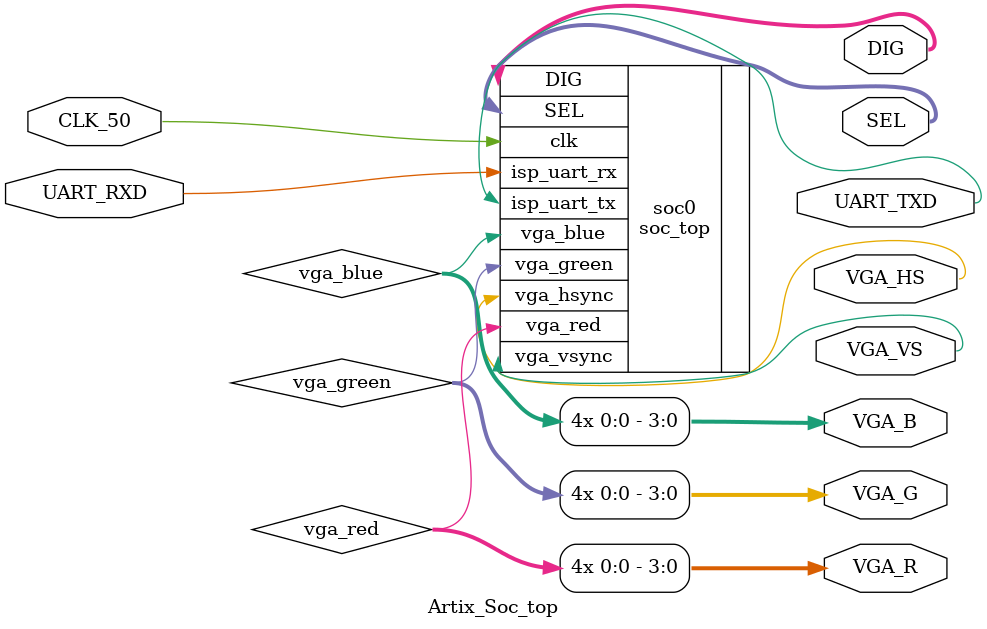
<source format=v>
module Artix_Soc_top(

//CLOCK
input  CLK_50,

//SEG8
output [7:0] SEL,
output [7:0] DIG,

//KEY
//input  [3:0] KEY,

//VGA
output [3:0] VGA_B,
output [3:0] VGA_G,
output       VGA_HS,
output [3:0] VGA_R,
output       VGA_VS,

//Serial Port
output       UART_TXD,
input        UART_RXD

);


//==
//REG/WIRE declarations
wire clk;
//==
wire vga_red, vga_green, vga_blue;
assign VGA_R = {4{vga_red}};
assign VGA_G = {4{vga_green}};
assign VGA_B = {4{vga_blue}};

soc_top soc0(
    .clk            (CLK_50     ),
    .isp_uart_rx    (UART_RXD   ),
    .isp_uart_tx    (UART_TXD   ),
    .SEL            (SEL        ),
    .DIG            (DIG        ),
    .vga_hsync      (VGA_HS     ),
    .vga_vsync      (VGA_VS     ),
    .vga_red        (vga_red    ),
    .vga_green      (vga_green  ),
    .vga_blue       (vga_blue   )
);

endmodule
</source>
